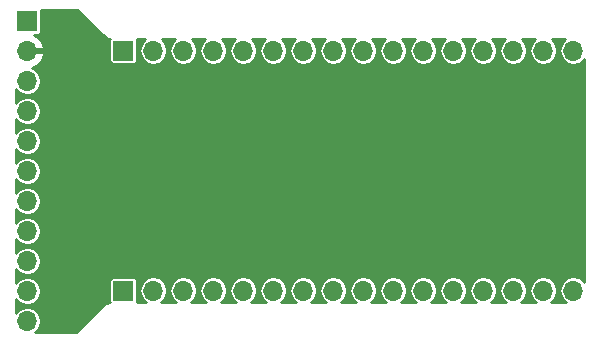
<source format=gbr>
G04 #@! TF.FileFunction,Copper,L2,Bot,Signal*
%FSLAX46Y46*%
G04 Gerber Fmt 4.6, Leading zero omitted, Abs format (unit mm)*
G04 Created by KiCad (PCBNEW 4.0.4-stable) date 05/29/18 15:17:11*
%MOMM*%
%LPD*%
G01*
G04 APERTURE LIST*
%ADD10C,0.100000*%
%ADD11R,1.700000X1.700000*%
%ADD12O,1.700000X1.700000*%
%ADD13C,0.600000*%
%ADD14C,0.250000*%
%ADD15C,0.254000*%
G04 APERTURE END LIST*
D10*
D11*
X144200000Y-77175000D03*
D12*
X144200000Y-79715000D03*
X144200000Y-82255000D03*
X144200000Y-84795000D03*
X144200000Y-87335000D03*
X144200000Y-89875000D03*
X144200000Y-92415000D03*
X144200000Y-94955000D03*
X144200000Y-97495000D03*
X144200000Y-100035000D03*
X144200000Y-102575000D03*
D11*
X152340000Y-79680000D03*
D12*
X154880000Y-79680000D03*
X157420000Y-79680000D03*
X159960000Y-79680000D03*
X162500000Y-79680000D03*
X165040000Y-79680000D03*
X167580000Y-79680000D03*
X170120000Y-79680000D03*
X172660000Y-79680000D03*
X175200000Y-79680000D03*
X177740000Y-79680000D03*
X180280000Y-79680000D03*
X182820000Y-79680000D03*
X185360000Y-79680000D03*
X187900000Y-79680000D03*
X190440000Y-79680000D03*
D11*
X152340000Y-100000000D03*
D12*
X154880000Y-100000000D03*
X157420000Y-100000000D03*
X159960000Y-100000000D03*
X162500000Y-100000000D03*
X165040000Y-100000000D03*
X167580000Y-100000000D03*
X170120000Y-100000000D03*
X172660000Y-100000000D03*
X175200000Y-100000000D03*
X177740000Y-100000000D03*
X180280000Y-100000000D03*
X182820000Y-100000000D03*
X185360000Y-100000000D03*
X187900000Y-100000000D03*
X190440000Y-100000000D03*
D13*
X183050000Y-89825000D03*
X162925000Y-85275000D03*
X153900000Y-86525000D03*
X167525000Y-91425000D03*
X163900000Y-92275000D03*
D14*
X168800000Y-91425000D02*
X170400000Y-89825000D01*
X170400000Y-89825000D02*
X183050000Y-89825000D01*
X167525000Y-91425000D02*
X168800000Y-91425000D01*
X163900000Y-92275000D02*
X164025000Y-92400000D01*
X164025000Y-92400000D02*
X164200000Y-92400000D01*
D15*
G36*
X150840241Y-78634760D02*
X150938308Y-78700286D01*
X150947949Y-78706728D01*
X151075000Y-78732000D01*
X151176440Y-78732000D01*
X151156594Y-78830000D01*
X151156594Y-80530000D01*
X151179395Y-80651179D01*
X151251012Y-80762474D01*
X151360286Y-80837138D01*
X151490000Y-80863406D01*
X153190000Y-80863406D01*
X153311179Y-80840605D01*
X153422474Y-80768988D01*
X153497138Y-80659714D01*
X153523406Y-80530000D01*
X153523406Y-78830000D01*
X153504966Y-78732000D01*
X154186435Y-78732000D01*
X154047735Y-78824676D01*
X153792594Y-79206523D01*
X153703000Y-79656941D01*
X153703000Y-79703059D01*
X153792594Y-80153477D01*
X154047735Y-80535324D01*
X154429582Y-80790465D01*
X154880000Y-80880059D01*
X155330418Y-80790465D01*
X155712265Y-80535324D01*
X155967406Y-80153477D01*
X156057000Y-79703059D01*
X156057000Y-79656941D01*
X155967406Y-79206523D01*
X155712265Y-78824676D01*
X155573565Y-78732000D01*
X156726435Y-78732000D01*
X156587735Y-78824676D01*
X156332594Y-79206523D01*
X156243000Y-79656941D01*
X156243000Y-79703059D01*
X156332594Y-80153477D01*
X156587735Y-80535324D01*
X156969582Y-80790465D01*
X157420000Y-80880059D01*
X157870418Y-80790465D01*
X158252265Y-80535324D01*
X158507406Y-80153477D01*
X158597000Y-79703059D01*
X158597000Y-79656941D01*
X158507406Y-79206523D01*
X158252265Y-78824676D01*
X158113565Y-78732000D01*
X159266435Y-78732000D01*
X159127735Y-78824676D01*
X158872594Y-79206523D01*
X158783000Y-79656941D01*
X158783000Y-79703059D01*
X158872594Y-80153477D01*
X159127735Y-80535324D01*
X159509582Y-80790465D01*
X159960000Y-80880059D01*
X160410418Y-80790465D01*
X160792265Y-80535324D01*
X161047406Y-80153477D01*
X161137000Y-79703059D01*
X161137000Y-79656941D01*
X161047406Y-79206523D01*
X160792265Y-78824676D01*
X160653565Y-78732000D01*
X161806435Y-78732000D01*
X161667735Y-78824676D01*
X161412594Y-79206523D01*
X161323000Y-79656941D01*
X161323000Y-79703059D01*
X161412594Y-80153477D01*
X161667735Y-80535324D01*
X162049582Y-80790465D01*
X162500000Y-80880059D01*
X162950418Y-80790465D01*
X163332265Y-80535324D01*
X163587406Y-80153477D01*
X163677000Y-79703059D01*
X163677000Y-79656941D01*
X163587406Y-79206523D01*
X163332265Y-78824676D01*
X163193565Y-78732000D01*
X164346435Y-78732000D01*
X164207735Y-78824676D01*
X163952594Y-79206523D01*
X163863000Y-79656941D01*
X163863000Y-79703059D01*
X163952594Y-80153477D01*
X164207735Y-80535324D01*
X164589582Y-80790465D01*
X165040000Y-80880059D01*
X165490418Y-80790465D01*
X165872265Y-80535324D01*
X166127406Y-80153477D01*
X166217000Y-79703059D01*
X166217000Y-79656941D01*
X166127406Y-79206523D01*
X165872265Y-78824676D01*
X165733565Y-78732000D01*
X166886435Y-78732000D01*
X166747735Y-78824676D01*
X166492594Y-79206523D01*
X166403000Y-79656941D01*
X166403000Y-79703059D01*
X166492594Y-80153477D01*
X166747735Y-80535324D01*
X167129582Y-80790465D01*
X167580000Y-80880059D01*
X168030418Y-80790465D01*
X168412265Y-80535324D01*
X168667406Y-80153477D01*
X168757000Y-79703059D01*
X168757000Y-79656941D01*
X168667406Y-79206523D01*
X168412265Y-78824676D01*
X168273565Y-78732000D01*
X169426435Y-78732000D01*
X169287735Y-78824676D01*
X169032594Y-79206523D01*
X168943000Y-79656941D01*
X168943000Y-79703059D01*
X169032594Y-80153477D01*
X169287735Y-80535324D01*
X169669582Y-80790465D01*
X170120000Y-80880059D01*
X170570418Y-80790465D01*
X170952265Y-80535324D01*
X171207406Y-80153477D01*
X171297000Y-79703059D01*
X171297000Y-79656941D01*
X171207406Y-79206523D01*
X170952265Y-78824676D01*
X170813565Y-78732000D01*
X171966435Y-78732000D01*
X171827735Y-78824676D01*
X171572594Y-79206523D01*
X171483000Y-79656941D01*
X171483000Y-79703059D01*
X171572594Y-80153477D01*
X171827735Y-80535324D01*
X172209582Y-80790465D01*
X172660000Y-80880059D01*
X173110418Y-80790465D01*
X173492265Y-80535324D01*
X173747406Y-80153477D01*
X173837000Y-79703059D01*
X173837000Y-79656941D01*
X173747406Y-79206523D01*
X173492265Y-78824676D01*
X173353565Y-78732000D01*
X174506435Y-78732000D01*
X174367735Y-78824676D01*
X174112594Y-79206523D01*
X174023000Y-79656941D01*
X174023000Y-79703059D01*
X174112594Y-80153477D01*
X174367735Y-80535324D01*
X174749582Y-80790465D01*
X175200000Y-80880059D01*
X175650418Y-80790465D01*
X176032265Y-80535324D01*
X176287406Y-80153477D01*
X176377000Y-79703059D01*
X176377000Y-79656941D01*
X176287406Y-79206523D01*
X176032265Y-78824676D01*
X175893565Y-78732000D01*
X177046435Y-78732000D01*
X176907735Y-78824676D01*
X176652594Y-79206523D01*
X176563000Y-79656941D01*
X176563000Y-79703059D01*
X176652594Y-80153477D01*
X176907735Y-80535324D01*
X177289582Y-80790465D01*
X177740000Y-80880059D01*
X178190418Y-80790465D01*
X178572265Y-80535324D01*
X178827406Y-80153477D01*
X178917000Y-79703059D01*
X178917000Y-79656941D01*
X178827406Y-79206523D01*
X178572265Y-78824676D01*
X178433565Y-78732000D01*
X179586435Y-78732000D01*
X179447735Y-78824676D01*
X179192594Y-79206523D01*
X179103000Y-79656941D01*
X179103000Y-79703059D01*
X179192594Y-80153477D01*
X179447735Y-80535324D01*
X179829582Y-80790465D01*
X180280000Y-80880059D01*
X180730418Y-80790465D01*
X181112265Y-80535324D01*
X181367406Y-80153477D01*
X181457000Y-79703059D01*
X181457000Y-79656941D01*
X181367406Y-79206523D01*
X181112265Y-78824676D01*
X180973565Y-78732000D01*
X182126435Y-78732000D01*
X181987735Y-78824676D01*
X181732594Y-79206523D01*
X181643000Y-79656941D01*
X181643000Y-79703059D01*
X181732594Y-80153477D01*
X181987735Y-80535324D01*
X182369582Y-80790465D01*
X182820000Y-80880059D01*
X183270418Y-80790465D01*
X183652265Y-80535324D01*
X183907406Y-80153477D01*
X183997000Y-79703059D01*
X183997000Y-79656941D01*
X183907406Y-79206523D01*
X183652265Y-78824676D01*
X183513565Y-78732000D01*
X184666435Y-78732000D01*
X184527735Y-78824676D01*
X184272594Y-79206523D01*
X184183000Y-79656941D01*
X184183000Y-79703059D01*
X184272594Y-80153477D01*
X184527735Y-80535324D01*
X184909582Y-80790465D01*
X185360000Y-80880059D01*
X185810418Y-80790465D01*
X186192265Y-80535324D01*
X186447406Y-80153477D01*
X186537000Y-79703059D01*
X186537000Y-79656941D01*
X186447406Y-79206523D01*
X186192265Y-78824676D01*
X186053565Y-78732000D01*
X187206435Y-78732000D01*
X187067735Y-78824676D01*
X186812594Y-79206523D01*
X186723000Y-79656941D01*
X186723000Y-79703059D01*
X186812594Y-80153477D01*
X187067735Y-80535324D01*
X187449582Y-80790465D01*
X187900000Y-80880059D01*
X188350418Y-80790465D01*
X188732265Y-80535324D01*
X188987406Y-80153477D01*
X189077000Y-79703059D01*
X189077000Y-79656941D01*
X188987406Y-79206523D01*
X188732265Y-78824676D01*
X188593565Y-78732000D01*
X189746435Y-78732000D01*
X189607735Y-78824676D01*
X189352594Y-79206523D01*
X189263000Y-79656941D01*
X189263000Y-79703059D01*
X189352594Y-80153477D01*
X189607735Y-80535324D01*
X189989582Y-80790465D01*
X190440000Y-80880059D01*
X190890418Y-80790465D01*
X191272265Y-80535324D01*
X191368000Y-80392046D01*
X191368000Y-99287954D01*
X191272265Y-99144676D01*
X190890418Y-98889535D01*
X190440000Y-98799941D01*
X189989582Y-98889535D01*
X189607735Y-99144676D01*
X189352594Y-99526523D01*
X189263000Y-99976941D01*
X189263000Y-100023059D01*
X189352594Y-100473477D01*
X189607735Y-100855324D01*
X189813783Y-100993000D01*
X188526217Y-100993000D01*
X188732265Y-100855324D01*
X188987406Y-100473477D01*
X189077000Y-100023059D01*
X189077000Y-99976941D01*
X188987406Y-99526523D01*
X188732265Y-99144676D01*
X188350418Y-98889535D01*
X187900000Y-98799941D01*
X187449582Y-98889535D01*
X187067735Y-99144676D01*
X186812594Y-99526523D01*
X186723000Y-99976941D01*
X186723000Y-100023059D01*
X186812594Y-100473477D01*
X187067735Y-100855324D01*
X187273783Y-100993000D01*
X185986217Y-100993000D01*
X186192265Y-100855324D01*
X186447406Y-100473477D01*
X186537000Y-100023059D01*
X186537000Y-99976941D01*
X186447406Y-99526523D01*
X186192265Y-99144676D01*
X185810418Y-98889535D01*
X185360000Y-98799941D01*
X184909582Y-98889535D01*
X184527735Y-99144676D01*
X184272594Y-99526523D01*
X184183000Y-99976941D01*
X184183000Y-100023059D01*
X184272594Y-100473477D01*
X184527735Y-100855324D01*
X184733783Y-100993000D01*
X183446217Y-100993000D01*
X183652265Y-100855324D01*
X183907406Y-100473477D01*
X183997000Y-100023059D01*
X183997000Y-99976941D01*
X183907406Y-99526523D01*
X183652265Y-99144676D01*
X183270418Y-98889535D01*
X182820000Y-98799941D01*
X182369582Y-98889535D01*
X181987735Y-99144676D01*
X181732594Y-99526523D01*
X181643000Y-99976941D01*
X181643000Y-100023059D01*
X181732594Y-100473477D01*
X181987735Y-100855324D01*
X182193783Y-100993000D01*
X180906217Y-100993000D01*
X181112265Y-100855324D01*
X181367406Y-100473477D01*
X181457000Y-100023059D01*
X181457000Y-99976941D01*
X181367406Y-99526523D01*
X181112265Y-99144676D01*
X180730418Y-98889535D01*
X180280000Y-98799941D01*
X179829582Y-98889535D01*
X179447735Y-99144676D01*
X179192594Y-99526523D01*
X179103000Y-99976941D01*
X179103000Y-100023059D01*
X179192594Y-100473477D01*
X179447735Y-100855324D01*
X179653783Y-100993000D01*
X178366217Y-100993000D01*
X178572265Y-100855324D01*
X178827406Y-100473477D01*
X178917000Y-100023059D01*
X178917000Y-99976941D01*
X178827406Y-99526523D01*
X178572265Y-99144676D01*
X178190418Y-98889535D01*
X177740000Y-98799941D01*
X177289582Y-98889535D01*
X176907735Y-99144676D01*
X176652594Y-99526523D01*
X176563000Y-99976941D01*
X176563000Y-100023059D01*
X176652594Y-100473477D01*
X176907735Y-100855324D01*
X177113783Y-100993000D01*
X175826217Y-100993000D01*
X176032265Y-100855324D01*
X176287406Y-100473477D01*
X176377000Y-100023059D01*
X176377000Y-99976941D01*
X176287406Y-99526523D01*
X176032265Y-99144676D01*
X175650418Y-98889535D01*
X175200000Y-98799941D01*
X174749582Y-98889535D01*
X174367735Y-99144676D01*
X174112594Y-99526523D01*
X174023000Y-99976941D01*
X174023000Y-100023059D01*
X174112594Y-100473477D01*
X174367735Y-100855324D01*
X174573783Y-100993000D01*
X173286217Y-100993000D01*
X173492265Y-100855324D01*
X173747406Y-100473477D01*
X173837000Y-100023059D01*
X173837000Y-99976941D01*
X173747406Y-99526523D01*
X173492265Y-99144676D01*
X173110418Y-98889535D01*
X172660000Y-98799941D01*
X172209582Y-98889535D01*
X171827735Y-99144676D01*
X171572594Y-99526523D01*
X171483000Y-99976941D01*
X171483000Y-100023059D01*
X171572594Y-100473477D01*
X171827735Y-100855324D01*
X172033783Y-100993000D01*
X170746217Y-100993000D01*
X170952265Y-100855324D01*
X171207406Y-100473477D01*
X171297000Y-100023059D01*
X171297000Y-99976941D01*
X171207406Y-99526523D01*
X170952265Y-99144676D01*
X170570418Y-98889535D01*
X170120000Y-98799941D01*
X169669582Y-98889535D01*
X169287735Y-99144676D01*
X169032594Y-99526523D01*
X168943000Y-99976941D01*
X168943000Y-100023059D01*
X169032594Y-100473477D01*
X169287735Y-100855324D01*
X169493783Y-100993000D01*
X168206217Y-100993000D01*
X168412265Y-100855324D01*
X168667406Y-100473477D01*
X168757000Y-100023059D01*
X168757000Y-99976941D01*
X168667406Y-99526523D01*
X168412265Y-99144676D01*
X168030418Y-98889535D01*
X167580000Y-98799941D01*
X167129582Y-98889535D01*
X166747735Y-99144676D01*
X166492594Y-99526523D01*
X166403000Y-99976941D01*
X166403000Y-100023059D01*
X166492594Y-100473477D01*
X166747735Y-100855324D01*
X166953783Y-100993000D01*
X165666217Y-100993000D01*
X165872265Y-100855324D01*
X166127406Y-100473477D01*
X166217000Y-100023059D01*
X166217000Y-99976941D01*
X166127406Y-99526523D01*
X165872265Y-99144676D01*
X165490418Y-98889535D01*
X165040000Y-98799941D01*
X164589582Y-98889535D01*
X164207735Y-99144676D01*
X163952594Y-99526523D01*
X163863000Y-99976941D01*
X163863000Y-100023059D01*
X163952594Y-100473477D01*
X164207735Y-100855324D01*
X164413783Y-100993000D01*
X163126217Y-100993000D01*
X163332265Y-100855324D01*
X163587406Y-100473477D01*
X163677000Y-100023059D01*
X163677000Y-99976941D01*
X163587406Y-99526523D01*
X163332265Y-99144676D01*
X162950418Y-98889535D01*
X162500000Y-98799941D01*
X162049582Y-98889535D01*
X161667735Y-99144676D01*
X161412594Y-99526523D01*
X161323000Y-99976941D01*
X161323000Y-100023059D01*
X161412594Y-100473477D01*
X161667735Y-100855324D01*
X161873783Y-100993000D01*
X160586217Y-100993000D01*
X160792265Y-100855324D01*
X161047406Y-100473477D01*
X161137000Y-100023059D01*
X161137000Y-99976941D01*
X161047406Y-99526523D01*
X160792265Y-99144676D01*
X160410418Y-98889535D01*
X159960000Y-98799941D01*
X159509582Y-98889535D01*
X159127735Y-99144676D01*
X158872594Y-99526523D01*
X158783000Y-99976941D01*
X158783000Y-100023059D01*
X158872594Y-100473477D01*
X159127735Y-100855324D01*
X159333783Y-100993000D01*
X158046217Y-100993000D01*
X158252265Y-100855324D01*
X158507406Y-100473477D01*
X158597000Y-100023059D01*
X158597000Y-99976941D01*
X158507406Y-99526523D01*
X158252265Y-99144676D01*
X157870418Y-98889535D01*
X157420000Y-98799941D01*
X156969582Y-98889535D01*
X156587735Y-99144676D01*
X156332594Y-99526523D01*
X156243000Y-99976941D01*
X156243000Y-100023059D01*
X156332594Y-100473477D01*
X156587735Y-100855324D01*
X156793783Y-100993000D01*
X155506217Y-100993000D01*
X155712265Y-100855324D01*
X155967406Y-100473477D01*
X156057000Y-100023059D01*
X156057000Y-99976941D01*
X155967406Y-99526523D01*
X155712265Y-99144676D01*
X155330418Y-98889535D01*
X154880000Y-98799941D01*
X154429582Y-98889535D01*
X154047735Y-99144676D01*
X153792594Y-99526523D01*
X153703000Y-99976941D01*
X153703000Y-100023059D01*
X153792594Y-100473477D01*
X154047735Y-100855324D01*
X154253783Y-100993000D01*
X153488060Y-100993000D01*
X153497138Y-100979714D01*
X153523406Y-100850000D01*
X153523406Y-99150000D01*
X153500605Y-99028821D01*
X153428988Y-98917526D01*
X153319714Y-98842862D01*
X153190000Y-98816594D01*
X151490000Y-98816594D01*
X151368821Y-98839395D01*
X151257526Y-98911012D01*
X151182862Y-99020286D01*
X151156594Y-99150000D01*
X151156594Y-100850000D01*
X151179395Y-100971179D01*
X151193437Y-100993000D01*
X151050000Y-100993000D01*
X150922949Y-101018272D01*
X150815241Y-101090240D01*
X148362482Y-103543000D01*
X144852181Y-103543000D01*
X145055324Y-103407265D01*
X145310465Y-103025418D01*
X145400059Y-102575000D01*
X145310465Y-102124582D01*
X145055324Y-101742735D01*
X144673477Y-101487594D01*
X144223059Y-101398000D01*
X144176941Y-101398000D01*
X143726523Y-101487594D01*
X143344676Y-101742735D01*
X143232000Y-101911367D01*
X143232000Y-100698633D01*
X143344676Y-100867265D01*
X143726523Y-101122406D01*
X144176941Y-101212000D01*
X144223059Y-101212000D01*
X144673477Y-101122406D01*
X145055324Y-100867265D01*
X145310465Y-100485418D01*
X145400059Y-100035000D01*
X145310465Y-99584582D01*
X145055324Y-99202735D01*
X144673477Y-98947594D01*
X144223059Y-98858000D01*
X144176941Y-98858000D01*
X143726523Y-98947594D01*
X143344676Y-99202735D01*
X143232000Y-99371367D01*
X143232000Y-98158633D01*
X143344676Y-98327265D01*
X143726523Y-98582406D01*
X144176941Y-98672000D01*
X144223059Y-98672000D01*
X144673477Y-98582406D01*
X145055324Y-98327265D01*
X145310465Y-97945418D01*
X145400059Y-97495000D01*
X145310465Y-97044582D01*
X145055324Y-96662735D01*
X144673477Y-96407594D01*
X144223059Y-96318000D01*
X144176941Y-96318000D01*
X143726523Y-96407594D01*
X143344676Y-96662735D01*
X143232000Y-96831367D01*
X143232000Y-95618633D01*
X143344676Y-95787265D01*
X143726523Y-96042406D01*
X144176941Y-96132000D01*
X144223059Y-96132000D01*
X144673477Y-96042406D01*
X145055324Y-95787265D01*
X145310465Y-95405418D01*
X145400059Y-94955000D01*
X145310465Y-94504582D01*
X145055324Y-94122735D01*
X144673477Y-93867594D01*
X144223059Y-93778000D01*
X144176941Y-93778000D01*
X143726523Y-93867594D01*
X143344676Y-94122735D01*
X143232000Y-94291367D01*
X143232000Y-93078633D01*
X143344676Y-93247265D01*
X143726523Y-93502406D01*
X144176941Y-93592000D01*
X144223059Y-93592000D01*
X144673477Y-93502406D01*
X145055324Y-93247265D01*
X145310465Y-92865418D01*
X145400059Y-92415000D01*
X145310465Y-91964582D01*
X145055324Y-91582735D01*
X144673477Y-91327594D01*
X144223059Y-91238000D01*
X144176941Y-91238000D01*
X143726523Y-91327594D01*
X143344676Y-91582735D01*
X143232000Y-91751367D01*
X143232000Y-90538633D01*
X143344676Y-90707265D01*
X143726523Y-90962406D01*
X144176941Y-91052000D01*
X144223059Y-91052000D01*
X144673477Y-90962406D01*
X145055324Y-90707265D01*
X145310465Y-90325418D01*
X145400059Y-89875000D01*
X145310465Y-89424582D01*
X145055324Y-89042735D01*
X144673477Y-88787594D01*
X144223059Y-88698000D01*
X144176941Y-88698000D01*
X143726523Y-88787594D01*
X143344676Y-89042735D01*
X143232000Y-89211367D01*
X143232000Y-87998633D01*
X143344676Y-88167265D01*
X143726523Y-88422406D01*
X144176941Y-88512000D01*
X144223059Y-88512000D01*
X144673477Y-88422406D01*
X145055324Y-88167265D01*
X145310465Y-87785418D01*
X145400059Y-87335000D01*
X145310465Y-86884582D01*
X145055324Y-86502735D01*
X144673477Y-86247594D01*
X144223059Y-86158000D01*
X144176941Y-86158000D01*
X143726523Y-86247594D01*
X143344676Y-86502735D01*
X143232000Y-86671367D01*
X143232000Y-85458633D01*
X143344676Y-85627265D01*
X143726523Y-85882406D01*
X144176941Y-85972000D01*
X144223059Y-85972000D01*
X144673477Y-85882406D01*
X145055324Y-85627265D01*
X145310465Y-85245418D01*
X145400059Y-84795000D01*
X145310465Y-84344582D01*
X145055324Y-83962735D01*
X144673477Y-83707594D01*
X144223059Y-83618000D01*
X144176941Y-83618000D01*
X143726523Y-83707594D01*
X143344676Y-83962735D01*
X143232000Y-84131367D01*
X143232000Y-82918633D01*
X143344676Y-83087265D01*
X143726523Y-83342406D01*
X144176941Y-83432000D01*
X144223059Y-83432000D01*
X144673477Y-83342406D01*
X145055324Y-83087265D01*
X145310465Y-82705418D01*
X145400059Y-82255000D01*
X145310465Y-81804582D01*
X145055324Y-81422735D01*
X144673477Y-81167594D01*
X144574965Y-81147999D01*
X145081358Y-80910183D01*
X145471645Y-80481924D01*
X145641476Y-80071890D01*
X145520155Y-79842000D01*
X144327000Y-79842000D01*
X144327000Y-79862000D01*
X144073000Y-79862000D01*
X144073000Y-79842000D01*
X144053000Y-79842000D01*
X144053000Y-79588000D01*
X144073000Y-79588000D01*
X144073000Y-79568000D01*
X144327000Y-79568000D01*
X144327000Y-79588000D01*
X145520155Y-79588000D01*
X145641476Y-79358110D01*
X145471645Y-78948076D01*
X145081358Y-78519817D01*
X144737657Y-78358406D01*
X145050000Y-78358406D01*
X145171179Y-78335605D01*
X145282474Y-78263988D01*
X145357138Y-78154714D01*
X145383406Y-78025000D01*
X145383406Y-76325000D01*
X145365907Y-76232000D01*
X148437482Y-76232000D01*
X150840241Y-78634760D01*
X150840241Y-78634760D01*
G37*
X150840241Y-78634760D02*
X150938308Y-78700286D01*
X150947949Y-78706728D01*
X151075000Y-78732000D01*
X151176440Y-78732000D01*
X151156594Y-78830000D01*
X151156594Y-80530000D01*
X151179395Y-80651179D01*
X151251012Y-80762474D01*
X151360286Y-80837138D01*
X151490000Y-80863406D01*
X153190000Y-80863406D01*
X153311179Y-80840605D01*
X153422474Y-80768988D01*
X153497138Y-80659714D01*
X153523406Y-80530000D01*
X153523406Y-78830000D01*
X153504966Y-78732000D01*
X154186435Y-78732000D01*
X154047735Y-78824676D01*
X153792594Y-79206523D01*
X153703000Y-79656941D01*
X153703000Y-79703059D01*
X153792594Y-80153477D01*
X154047735Y-80535324D01*
X154429582Y-80790465D01*
X154880000Y-80880059D01*
X155330418Y-80790465D01*
X155712265Y-80535324D01*
X155967406Y-80153477D01*
X156057000Y-79703059D01*
X156057000Y-79656941D01*
X155967406Y-79206523D01*
X155712265Y-78824676D01*
X155573565Y-78732000D01*
X156726435Y-78732000D01*
X156587735Y-78824676D01*
X156332594Y-79206523D01*
X156243000Y-79656941D01*
X156243000Y-79703059D01*
X156332594Y-80153477D01*
X156587735Y-80535324D01*
X156969582Y-80790465D01*
X157420000Y-80880059D01*
X157870418Y-80790465D01*
X158252265Y-80535324D01*
X158507406Y-80153477D01*
X158597000Y-79703059D01*
X158597000Y-79656941D01*
X158507406Y-79206523D01*
X158252265Y-78824676D01*
X158113565Y-78732000D01*
X159266435Y-78732000D01*
X159127735Y-78824676D01*
X158872594Y-79206523D01*
X158783000Y-79656941D01*
X158783000Y-79703059D01*
X158872594Y-80153477D01*
X159127735Y-80535324D01*
X159509582Y-80790465D01*
X159960000Y-80880059D01*
X160410418Y-80790465D01*
X160792265Y-80535324D01*
X161047406Y-80153477D01*
X161137000Y-79703059D01*
X161137000Y-79656941D01*
X161047406Y-79206523D01*
X160792265Y-78824676D01*
X160653565Y-78732000D01*
X161806435Y-78732000D01*
X161667735Y-78824676D01*
X161412594Y-79206523D01*
X161323000Y-79656941D01*
X161323000Y-79703059D01*
X161412594Y-80153477D01*
X161667735Y-80535324D01*
X162049582Y-80790465D01*
X162500000Y-80880059D01*
X162950418Y-80790465D01*
X163332265Y-80535324D01*
X163587406Y-80153477D01*
X163677000Y-79703059D01*
X163677000Y-79656941D01*
X163587406Y-79206523D01*
X163332265Y-78824676D01*
X163193565Y-78732000D01*
X164346435Y-78732000D01*
X164207735Y-78824676D01*
X163952594Y-79206523D01*
X163863000Y-79656941D01*
X163863000Y-79703059D01*
X163952594Y-80153477D01*
X164207735Y-80535324D01*
X164589582Y-80790465D01*
X165040000Y-80880059D01*
X165490418Y-80790465D01*
X165872265Y-80535324D01*
X166127406Y-80153477D01*
X166217000Y-79703059D01*
X166217000Y-79656941D01*
X166127406Y-79206523D01*
X165872265Y-78824676D01*
X165733565Y-78732000D01*
X166886435Y-78732000D01*
X166747735Y-78824676D01*
X166492594Y-79206523D01*
X166403000Y-79656941D01*
X166403000Y-79703059D01*
X166492594Y-80153477D01*
X166747735Y-80535324D01*
X167129582Y-80790465D01*
X167580000Y-80880059D01*
X168030418Y-80790465D01*
X168412265Y-80535324D01*
X168667406Y-80153477D01*
X168757000Y-79703059D01*
X168757000Y-79656941D01*
X168667406Y-79206523D01*
X168412265Y-78824676D01*
X168273565Y-78732000D01*
X169426435Y-78732000D01*
X169287735Y-78824676D01*
X169032594Y-79206523D01*
X168943000Y-79656941D01*
X168943000Y-79703059D01*
X169032594Y-80153477D01*
X169287735Y-80535324D01*
X169669582Y-80790465D01*
X170120000Y-80880059D01*
X170570418Y-80790465D01*
X170952265Y-80535324D01*
X171207406Y-80153477D01*
X171297000Y-79703059D01*
X171297000Y-79656941D01*
X171207406Y-79206523D01*
X170952265Y-78824676D01*
X170813565Y-78732000D01*
X171966435Y-78732000D01*
X171827735Y-78824676D01*
X171572594Y-79206523D01*
X171483000Y-79656941D01*
X171483000Y-79703059D01*
X171572594Y-80153477D01*
X171827735Y-80535324D01*
X172209582Y-80790465D01*
X172660000Y-80880059D01*
X173110418Y-80790465D01*
X173492265Y-80535324D01*
X173747406Y-80153477D01*
X173837000Y-79703059D01*
X173837000Y-79656941D01*
X173747406Y-79206523D01*
X173492265Y-78824676D01*
X173353565Y-78732000D01*
X174506435Y-78732000D01*
X174367735Y-78824676D01*
X174112594Y-79206523D01*
X174023000Y-79656941D01*
X174023000Y-79703059D01*
X174112594Y-80153477D01*
X174367735Y-80535324D01*
X174749582Y-80790465D01*
X175200000Y-80880059D01*
X175650418Y-80790465D01*
X176032265Y-80535324D01*
X176287406Y-80153477D01*
X176377000Y-79703059D01*
X176377000Y-79656941D01*
X176287406Y-79206523D01*
X176032265Y-78824676D01*
X175893565Y-78732000D01*
X177046435Y-78732000D01*
X176907735Y-78824676D01*
X176652594Y-79206523D01*
X176563000Y-79656941D01*
X176563000Y-79703059D01*
X176652594Y-80153477D01*
X176907735Y-80535324D01*
X177289582Y-80790465D01*
X177740000Y-80880059D01*
X178190418Y-80790465D01*
X178572265Y-80535324D01*
X178827406Y-80153477D01*
X178917000Y-79703059D01*
X178917000Y-79656941D01*
X178827406Y-79206523D01*
X178572265Y-78824676D01*
X178433565Y-78732000D01*
X179586435Y-78732000D01*
X179447735Y-78824676D01*
X179192594Y-79206523D01*
X179103000Y-79656941D01*
X179103000Y-79703059D01*
X179192594Y-80153477D01*
X179447735Y-80535324D01*
X179829582Y-80790465D01*
X180280000Y-80880059D01*
X180730418Y-80790465D01*
X181112265Y-80535324D01*
X181367406Y-80153477D01*
X181457000Y-79703059D01*
X181457000Y-79656941D01*
X181367406Y-79206523D01*
X181112265Y-78824676D01*
X180973565Y-78732000D01*
X182126435Y-78732000D01*
X181987735Y-78824676D01*
X181732594Y-79206523D01*
X181643000Y-79656941D01*
X181643000Y-79703059D01*
X181732594Y-80153477D01*
X181987735Y-80535324D01*
X182369582Y-80790465D01*
X182820000Y-80880059D01*
X183270418Y-80790465D01*
X183652265Y-80535324D01*
X183907406Y-80153477D01*
X183997000Y-79703059D01*
X183997000Y-79656941D01*
X183907406Y-79206523D01*
X183652265Y-78824676D01*
X183513565Y-78732000D01*
X184666435Y-78732000D01*
X184527735Y-78824676D01*
X184272594Y-79206523D01*
X184183000Y-79656941D01*
X184183000Y-79703059D01*
X184272594Y-80153477D01*
X184527735Y-80535324D01*
X184909582Y-80790465D01*
X185360000Y-80880059D01*
X185810418Y-80790465D01*
X186192265Y-80535324D01*
X186447406Y-80153477D01*
X186537000Y-79703059D01*
X186537000Y-79656941D01*
X186447406Y-79206523D01*
X186192265Y-78824676D01*
X186053565Y-78732000D01*
X187206435Y-78732000D01*
X187067735Y-78824676D01*
X186812594Y-79206523D01*
X186723000Y-79656941D01*
X186723000Y-79703059D01*
X186812594Y-80153477D01*
X187067735Y-80535324D01*
X187449582Y-80790465D01*
X187900000Y-80880059D01*
X188350418Y-80790465D01*
X188732265Y-80535324D01*
X188987406Y-80153477D01*
X189077000Y-79703059D01*
X189077000Y-79656941D01*
X188987406Y-79206523D01*
X188732265Y-78824676D01*
X188593565Y-78732000D01*
X189746435Y-78732000D01*
X189607735Y-78824676D01*
X189352594Y-79206523D01*
X189263000Y-79656941D01*
X189263000Y-79703059D01*
X189352594Y-80153477D01*
X189607735Y-80535324D01*
X189989582Y-80790465D01*
X190440000Y-80880059D01*
X190890418Y-80790465D01*
X191272265Y-80535324D01*
X191368000Y-80392046D01*
X191368000Y-99287954D01*
X191272265Y-99144676D01*
X190890418Y-98889535D01*
X190440000Y-98799941D01*
X189989582Y-98889535D01*
X189607735Y-99144676D01*
X189352594Y-99526523D01*
X189263000Y-99976941D01*
X189263000Y-100023059D01*
X189352594Y-100473477D01*
X189607735Y-100855324D01*
X189813783Y-100993000D01*
X188526217Y-100993000D01*
X188732265Y-100855324D01*
X188987406Y-100473477D01*
X189077000Y-100023059D01*
X189077000Y-99976941D01*
X188987406Y-99526523D01*
X188732265Y-99144676D01*
X188350418Y-98889535D01*
X187900000Y-98799941D01*
X187449582Y-98889535D01*
X187067735Y-99144676D01*
X186812594Y-99526523D01*
X186723000Y-99976941D01*
X186723000Y-100023059D01*
X186812594Y-100473477D01*
X187067735Y-100855324D01*
X187273783Y-100993000D01*
X185986217Y-100993000D01*
X186192265Y-100855324D01*
X186447406Y-100473477D01*
X186537000Y-100023059D01*
X186537000Y-99976941D01*
X186447406Y-99526523D01*
X186192265Y-99144676D01*
X185810418Y-98889535D01*
X185360000Y-98799941D01*
X184909582Y-98889535D01*
X184527735Y-99144676D01*
X184272594Y-99526523D01*
X184183000Y-99976941D01*
X184183000Y-100023059D01*
X184272594Y-100473477D01*
X184527735Y-100855324D01*
X184733783Y-100993000D01*
X183446217Y-100993000D01*
X183652265Y-100855324D01*
X183907406Y-100473477D01*
X183997000Y-100023059D01*
X183997000Y-99976941D01*
X183907406Y-99526523D01*
X183652265Y-99144676D01*
X183270418Y-98889535D01*
X182820000Y-98799941D01*
X182369582Y-98889535D01*
X181987735Y-99144676D01*
X181732594Y-99526523D01*
X181643000Y-99976941D01*
X181643000Y-100023059D01*
X181732594Y-100473477D01*
X181987735Y-100855324D01*
X182193783Y-100993000D01*
X180906217Y-100993000D01*
X181112265Y-100855324D01*
X181367406Y-100473477D01*
X181457000Y-100023059D01*
X181457000Y-99976941D01*
X181367406Y-99526523D01*
X181112265Y-99144676D01*
X180730418Y-98889535D01*
X180280000Y-98799941D01*
X179829582Y-98889535D01*
X179447735Y-99144676D01*
X179192594Y-99526523D01*
X179103000Y-99976941D01*
X179103000Y-100023059D01*
X179192594Y-100473477D01*
X179447735Y-100855324D01*
X179653783Y-100993000D01*
X178366217Y-100993000D01*
X178572265Y-100855324D01*
X178827406Y-100473477D01*
X178917000Y-100023059D01*
X178917000Y-99976941D01*
X178827406Y-99526523D01*
X178572265Y-99144676D01*
X178190418Y-98889535D01*
X177740000Y-98799941D01*
X177289582Y-98889535D01*
X176907735Y-99144676D01*
X176652594Y-99526523D01*
X176563000Y-99976941D01*
X176563000Y-100023059D01*
X176652594Y-100473477D01*
X176907735Y-100855324D01*
X177113783Y-100993000D01*
X175826217Y-100993000D01*
X176032265Y-100855324D01*
X176287406Y-100473477D01*
X176377000Y-100023059D01*
X176377000Y-99976941D01*
X176287406Y-99526523D01*
X176032265Y-99144676D01*
X175650418Y-98889535D01*
X175200000Y-98799941D01*
X174749582Y-98889535D01*
X174367735Y-99144676D01*
X174112594Y-99526523D01*
X174023000Y-99976941D01*
X174023000Y-100023059D01*
X174112594Y-100473477D01*
X174367735Y-100855324D01*
X174573783Y-100993000D01*
X173286217Y-100993000D01*
X173492265Y-100855324D01*
X173747406Y-100473477D01*
X173837000Y-100023059D01*
X173837000Y-99976941D01*
X173747406Y-99526523D01*
X173492265Y-99144676D01*
X173110418Y-98889535D01*
X172660000Y-98799941D01*
X172209582Y-98889535D01*
X171827735Y-99144676D01*
X171572594Y-99526523D01*
X171483000Y-99976941D01*
X171483000Y-100023059D01*
X171572594Y-100473477D01*
X171827735Y-100855324D01*
X172033783Y-100993000D01*
X170746217Y-100993000D01*
X170952265Y-100855324D01*
X171207406Y-100473477D01*
X171297000Y-100023059D01*
X171297000Y-99976941D01*
X171207406Y-99526523D01*
X170952265Y-99144676D01*
X170570418Y-98889535D01*
X170120000Y-98799941D01*
X169669582Y-98889535D01*
X169287735Y-99144676D01*
X169032594Y-99526523D01*
X168943000Y-99976941D01*
X168943000Y-100023059D01*
X169032594Y-100473477D01*
X169287735Y-100855324D01*
X169493783Y-100993000D01*
X168206217Y-100993000D01*
X168412265Y-100855324D01*
X168667406Y-100473477D01*
X168757000Y-100023059D01*
X168757000Y-99976941D01*
X168667406Y-99526523D01*
X168412265Y-99144676D01*
X168030418Y-98889535D01*
X167580000Y-98799941D01*
X167129582Y-98889535D01*
X166747735Y-99144676D01*
X166492594Y-99526523D01*
X166403000Y-99976941D01*
X166403000Y-100023059D01*
X166492594Y-100473477D01*
X166747735Y-100855324D01*
X166953783Y-100993000D01*
X165666217Y-100993000D01*
X165872265Y-100855324D01*
X166127406Y-100473477D01*
X166217000Y-100023059D01*
X166217000Y-99976941D01*
X166127406Y-99526523D01*
X165872265Y-99144676D01*
X165490418Y-98889535D01*
X165040000Y-98799941D01*
X164589582Y-98889535D01*
X164207735Y-99144676D01*
X163952594Y-99526523D01*
X163863000Y-99976941D01*
X163863000Y-100023059D01*
X163952594Y-100473477D01*
X164207735Y-100855324D01*
X164413783Y-100993000D01*
X163126217Y-100993000D01*
X163332265Y-100855324D01*
X163587406Y-100473477D01*
X163677000Y-100023059D01*
X163677000Y-99976941D01*
X163587406Y-99526523D01*
X163332265Y-99144676D01*
X162950418Y-98889535D01*
X162500000Y-98799941D01*
X162049582Y-98889535D01*
X161667735Y-99144676D01*
X161412594Y-99526523D01*
X161323000Y-99976941D01*
X161323000Y-100023059D01*
X161412594Y-100473477D01*
X161667735Y-100855324D01*
X161873783Y-100993000D01*
X160586217Y-100993000D01*
X160792265Y-100855324D01*
X161047406Y-100473477D01*
X161137000Y-100023059D01*
X161137000Y-99976941D01*
X161047406Y-99526523D01*
X160792265Y-99144676D01*
X160410418Y-98889535D01*
X159960000Y-98799941D01*
X159509582Y-98889535D01*
X159127735Y-99144676D01*
X158872594Y-99526523D01*
X158783000Y-99976941D01*
X158783000Y-100023059D01*
X158872594Y-100473477D01*
X159127735Y-100855324D01*
X159333783Y-100993000D01*
X158046217Y-100993000D01*
X158252265Y-100855324D01*
X158507406Y-100473477D01*
X158597000Y-100023059D01*
X158597000Y-99976941D01*
X158507406Y-99526523D01*
X158252265Y-99144676D01*
X157870418Y-98889535D01*
X157420000Y-98799941D01*
X156969582Y-98889535D01*
X156587735Y-99144676D01*
X156332594Y-99526523D01*
X156243000Y-99976941D01*
X156243000Y-100023059D01*
X156332594Y-100473477D01*
X156587735Y-100855324D01*
X156793783Y-100993000D01*
X155506217Y-100993000D01*
X155712265Y-100855324D01*
X155967406Y-100473477D01*
X156057000Y-100023059D01*
X156057000Y-99976941D01*
X155967406Y-99526523D01*
X155712265Y-99144676D01*
X155330418Y-98889535D01*
X154880000Y-98799941D01*
X154429582Y-98889535D01*
X154047735Y-99144676D01*
X153792594Y-99526523D01*
X153703000Y-99976941D01*
X153703000Y-100023059D01*
X153792594Y-100473477D01*
X154047735Y-100855324D01*
X154253783Y-100993000D01*
X153488060Y-100993000D01*
X153497138Y-100979714D01*
X153523406Y-100850000D01*
X153523406Y-99150000D01*
X153500605Y-99028821D01*
X153428988Y-98917526D01*
X153319714Y-98842862D01*
X153190000Y-98816594D01*
X151490000Y-98816594D01*
X151368821Y-98839395D01*
X151257526Y-98911012D01*
X151182862Y-99020286D01*
X151156594Y-99150000D01*
X151156594Y-100850000D01*
X151179395Y-100971179D01*
X151193437Y-100993000D01*
X151050000Y-100993000D01*
X150922949Y-101018272D01*
X150815241Y-101090240D01*
X148362482Y-103543000D01*
X144852181Y-103543000D01*
X145055324Y-103407265D01*
X145310465Y-103025418D01*
X145400059Y-102575000D01*
X145310465Y-102124582D01*
X145055324Y-101742735D01*
X144673477Y-101487594D01*
X144223059Y-101398000D01*
X144176941Y-101398000D01*
X143726523Y-101487594D01*
X143344676Y-101742735D01*
X143232000Y-101911367D01*
X143232000Y-100698633D01*
X143344676Y-100867265D01*
X143726523Y-101122406D01*
X144176941Y-101212000D01*
X144223059Y-101212000D01*
X144673477Y-101122406D01*
X145055324Y-100867265D01*
X145310465Y-100485418D01*
X145400059Y-100035000D01*
X145310465Y-99584582D01*
X145055324Y-99202735D01*
X144673477Y-98947594D01*
X144223059Y-98858000D01*
X144176941Y-98858000D01*
X143726523Y-98947594D01*
X143344676Y-99202735D01*
X143232000Y-99371367D01*
X143232000Y-98158633D01*
X143344676Y-98327265D01*
X143726523Y-98582406D01*
X144176941Y-98672000D01*
X144223059Y-98672000D01*
X144673477Y-98582406D01*
X145055324Y-98327265D01*
X145310465Y-97945418D01*
X145400059Y-97495000D01*
X145310465Y-97044582D01*
X145055324Y-96662735D01*
X144673477Y-96407594D01*
X144223059Y-96318000D01*
X144176941Y-96318000D01*
X143726523Y-96407594D01*
X143344676Y-96662735D01*
X143232000Y-96831367D01*
X143232000Y-95618633D01*
X143344676Y-95787265D01*
X143726523Y-96042406D01*
X144176941Y-96132000D01*
X144223059Y-96132000D01*
X144673477Y-96042406D01*
X145055324Y-95787265D01*
X145310465Y-95405418D01*
X145400059Y-94955000D01*
X145310465Y-94504582D01*
X145055324Y-94122735D01*
X144673477Y-93867594D01*
X144223059Y-93778000D01*
X144176941Y-93778000D01*
X143726523Y-93867594D01*
X143344676Y-94122735D01*
X143232000Y-94291367D01*
X143232000Y-93078633D01*
X143344676Y-93247265D01*
X143726523Y-93502406D01*
X144176941Y-93592000D01*
X144223059Y-93592000D01*
X144673477Y-93502406D01*
X145055324Y-93247265D01*
X145310465Y-92865418D01*
X145400059Y-92415000D01*
X145310465Y-91964582D01*
X145055324Y-91582735D01*
X144673477Y-91327594D01*
X144223059Y-91238000D01*
X144176941Y-91238000D01*
X143726523Y-91327594D01*
X143344676Y-91582735D01*
X143232000Y-91751367D01*
X143232000Y-90538633D01*
X143344676Y-90707265D01*
X143726523Y-90962406D01*
X144176941Y-91052000D01*
X144223059Y-91052000D01*
X144673477Y-90962406D01*
X145055324Y-90707265D01*
X145310465Y-90325418D01*
X145400059Y-89875000D01*
X145310465Y-89424582D01*
X145055324Y-89042735D01*
X144673477Y-88787594D01*
X144223059Y-88698000D01*
X144176941Y-88698000D01*
X143726523Y-88787594D01*
X143344676Y-89042735D01*
X143232000Y-89211367D01*
X143232000Y-87998633D01*
X143344676Y-88167265D01*
X143726523Y-88422406D01*
X144176941Y-88512000D01*
X144223059Y-88512000D01*
X144673477Y-88422406D01*
X145055324Y-88167265D01*
X145310465Y-87785418D01*
X145400059Y-87335000D01*
X145310465Y-86884582D01*
X145055324Y-86502735D01*
X144673477Y-86247594D01*
X144223059Y-86158000D01*
X144176941Y-86158000D01*
X143726523Y-86247594D01*
X143344676Y-86502735D01*
X143232000Y-86671367D01*
X143232000Y-85458633D01*
X143344676Y-85627265D01*
X143726523Y-85882406D01*
X144176941Y-85972000D01*
X144223059Y-85972000D01*
X144673477Y-85882406D01*
X145055324Y-85627265D01*
X145310465Y-85245418D01*
X145400059Y-84795000D01*
X145310465Y-84344582D01*
X145055324Y-83962735D01*
X144673477Y-83707594D01*
X144223059Y-83618000D01*
X144176941Y-83618000D01*
X143726523Y-83707594D01*
X143344676Y-83962735D01*
X143232000Y-84131367D01*
X143232000Y-82918633D01*
X143344676Y-83087265D01*
X143726523Y-83342406D01*
X144176941Y-83432000D01*
X144223059Y-83432000D01*
X144673477Y-83342406D01*
X145055324Y-83087265D01*
X145310465Y-82705418D01*
X145400059Y-82255000D01*
X145310465Y-81804582D01*
X145055324Y-81422735D01*
X144673477Y-81167594D01*
X144574965Y-81147999D01*
X145081358Y-80910183D01*
X145471645Y-80481924D01*
X145641476Y-80071890D01*
X145520155Y-79842000D01*
X144327000Y-79842000D01*
X144327000Y-79862000D01*
X144073000Y-79862000D01*
X144073000Y-79842000D01*
X144053000Y-79842000D01*
X144053000Y-79588000D01*
X144073000Y-79588000D01*
X144073000Y-79568000D01*
X144327000Y-79568000D01*
X144327000Y-79588000D01*
X145520155Y-79588000D01*
X145641476Y-79358110D01*
X145471645Y-78948076D01*
X145081358Y-78519817D01*
X144737657Y-78358406D01*
X145050000Y-78358406D01*
X145171179Y-78335605D01*
X145282474Y-78263988D01*
X145357138Y-78154714D01*
X145383406Y-78025000D01*
X145383406Y-76325000D01*
X145365907Y-76232000D01*
X148437482Y-76232000D01*
X150840241Y-78634760D01*
M02*

</source>
